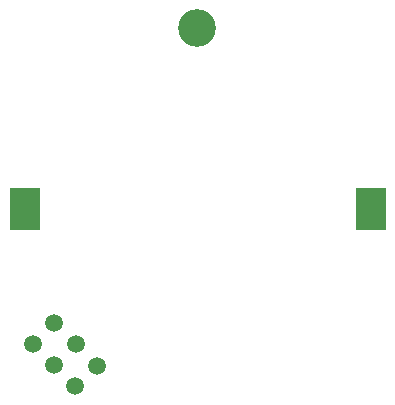
<source format=gbs>
G04 #@! TF.GenerationSoftware,KiCad,Pcbnew,(6.0.6)*
G04 #@! TF.CreationDate,2022-07-27T20:36:10+02:00*
G04 #@! TF.ProjectId,smd-challenge,736d642d-6368-4616-9c6c-656e67652e6b,rev?*
G04 #@! TF.SameCoordinates,Original*
G04 #@! TF.FileFunction,Soldermask,Bot*
G04 #@! TF.FilePolarity,Negative*
%FSLAX46Y46*%
G04 Gerber Fmt 4.6, Leading zero omitted, Abs format (unit mm)*
G04 Created by KiCad (PCBNEW (6.0.6)) date 2022-07-27 20:36:10*
%MOMM*%
%LPD*%
G01*
G04 APERTURE LIST*
%ADD10C,3.200000*%
%ADD11C,1.500000*%
%ADD12R,2.600000X3.600000*%
G04 APERTURE END LIST*
D10*
X124104400Y-103632000D03*
D11*
X113820285Y-130421182D03*
X110228182Y-130421182D03*
X111995949Y-128596846D03*
D12*
X138811000Y-118999000D03*
X109511000Y-118999000D03*
D11*
X111995949Y-132188949D03*
X115616336Y-132217233D03*
X113792000Y-133985000D03*
M02*

</source>
